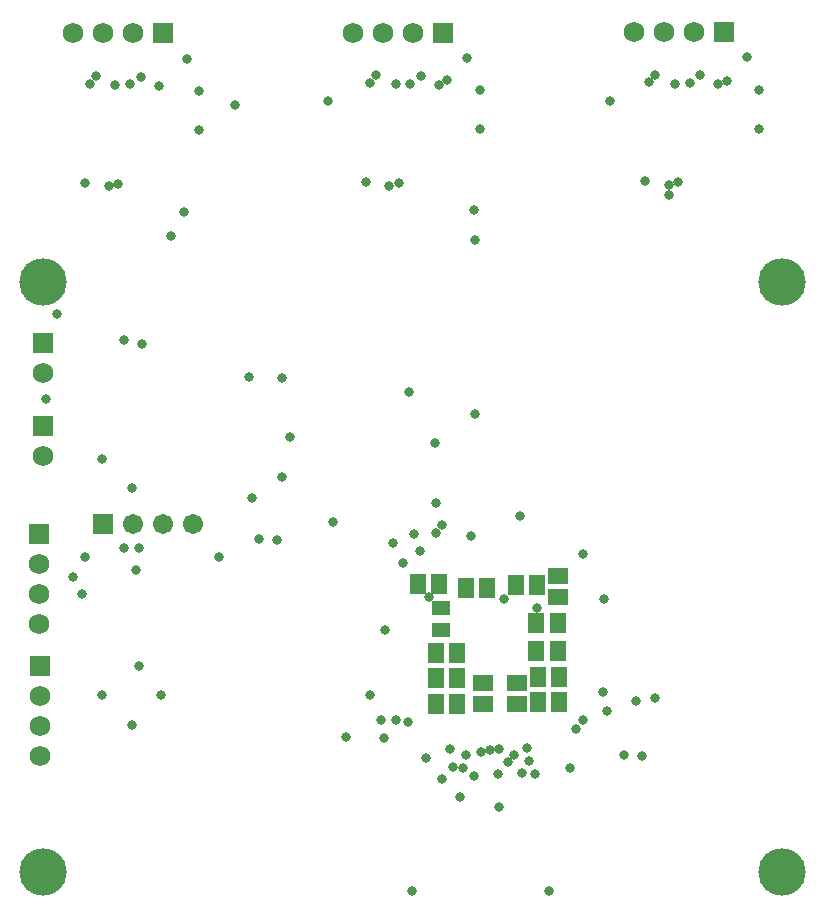
<source format=gbs>
G04 Layer_Color=16711935*
%FSLAX25Y25*%
%MOIN*%
G70*
G01*
G75*
%ADD43R,0.05328X0.06509*%
%ADD44R,0.06509X0.05328*%
%ADD46R,0.06312X0.04934*%
%ADD56C,0.15800*%
%ADD57C,0.06800*%
%ADD58R,0.06800X0.06800*%
%ADD59R,0.06800X0.06800*%
%ADD60C,0.06706*%
%ADD61R,0.06706X0.06706*%
%ADD62C,0.03162*%
D43*
X256087Y270000D02*
D03*
X249000D02*
D03*
X256043Y253000D02*
D03*
X248957D02*
D03*
X256000Y261500D02*
D03*
X248913D02*
D03*
X282413Y280000D02*
D03*
X289500D02*
D03*
X282413Y270500D02*
D03*
X289500D02*
D03*
X282957Y262000D02*
D03*
X290043D02*
D03*
X242957Y293000D02*
D03*
X250043D02*
D03*
X266087Y291543D02*
D03*
X259000D02*
D03*
X275500Y292500D02*
D03*
X282587D02*
D03*
X282957Y253500D02*
D03*
X290043D02*
D03*
D44*
X264500Y252913D02*
D03*
Y260000D02*
D03*
X276000Y252913D02*
D03*
Y260000D02*
D03*
X289500Y288500D02*
D03*
Y295587D02*
D03*
D46*
X250500Y277520D02*
D03*
Y285000D02*
D03*
D56*
X118110Y393701D02*
D03*
X364173D02*
D03*
X118110Y196850D02*
D03*
X364173D02*
D03*
D57*
X128000Y476500D02*
D03*
X138000D02*
D03*
X148000D02*
D03*
X116500Y279500D02*
D03*
Y289500D02*
D03*
Y299500D02*
D03*
X315000Y477000D02*
D03*
X325000D02*
D03*
X335000D02*
D03*
X221437Y476740D02*
D03*
X231437D02*
D03*
X241437D02*
D03*
X118000Y335500D02*
D03*
X118059Y363441D02*
D03*
X117000Y235500D02*
D03*
Y245500D02*
D03*
Y255500D02*
D03*
D58*
X158000Y476500D02*
D03*
X345000Y477000D02*
D03*
X251437Y476740D02*
D03*
D59*
X116500Y309500D02*
D03*
X118000Y345500D02*
D03*
X118059Y373441D02*
D03*
X117000Y265500D02*
D03*
D60*
X158000Y313000D02*
D03*
X168000D02*
D03*
X148000D02*
D03*
D61*
X138000D02*
D03*
D62*
X137795Y255906D02*
D03*
X147638Y246063D02*
D03*
X157480Y255906D02*
D03*
X127953Y295276D02*
D03*
X147638Y324803D02*
D03*
X137795Y334646D02*
D03*
X305000Y288000D02*
D03*
X219000Y242000D02*
D03*
X257000Y222000D02*
D03*
X270000Y218500D02*
D03*
X286500Y190500D02*
D03*
X241000D02*
D03*
X262000Y407500D02*
D03*
X160500Y409000D02*
D03*
X277000Y315500D02*
D03*
X269962Y237887D02*
D03*
X279263Y238263D02*
D03*
X273000Y233500D02*
D03*
X275130Y235945D02*
D03*
X277500Y230000D02*
D03*
X280000Y234000D02*
D03*
X267000Y237500D02*
D03*
X264000Y237000D02*
D03*
X269500Y229500D02*
D03*
X261500Y229000D02*
D03*
X258000Y231500D02*
D03*
X259000Y236000D02*
D03*
X231500Y241500D02*
D03*
X282500Y285000D02*
D03*
X271500Y288000D02*
D03*
X239500Y247000D02*
D03*
X235500Y247500D02*
D03*
X230500D02*
D03*
X232000Y277500D02*
D03*
X306000Y250500D02*
D03*
X304500Y257000D02*
D03*
X295500Y244500D02*
D03*
X315500Y254000D02*
D03*
X322000Y255000D02*
D03*
X282000Y229500D02*
D03*
X253500Y238000D02*
D03*
X254500Y232000D02*
D03*
X245500Y235000D02*
D03*
X246500Y288500D02*
D03*
X298000Y303000D02*
D03*
X238000Y300000D02*
D03*
X234500Y306500D02*
D03*
X214500Y313500D02*
D03*
X187500Y321500D02*
D03*
X197500Y328500D02*
D03*
X298000Y247500D02*
D03*
X251000Y228000D02*
D03*
X293500Y231500D02*
D03*
X190000Y308000D02*
D03*
X200441Y342000D02*
D03*
X356563Y444760D02*
D03*
Y457760D02*
D03*
X326500Y426000D02*
D03*
X318563Y427260D02*
D03*
X320063Y460260D02*
D03*
X328563Y459760D02*
D03*
X352500Y468500D02*
D03*
X333500Y460000D02*
D03*
X343000Y459500D02*
D03*
X337000Y462500D02*
D03*
X329563Y426822D02*
D03*
X322063Y462760D02*
D03*
X263500Y444500D02*
D03*
Y457500D02*
D03*
X233437Y425740D02*
D03*
X225500Y427000D02*
D03*
X235500Y459500D02*
D03*
X259437Y468240D02*
D03*
X240437Y459740D02*
D03*
X249937Y459240D02*
D03*
X243937Y462240D02*
D03*
X236500Y426562D02*
D03*
X147000Y459500D02*
D03*
X166000Y468000D02*
D03*
X135563Y462260D02*
D03*
X150500Y462000D02*
D03*
X156500Y459000D02*
D03*
X140000Y425500D02*
D03*
X170063Y457260D02*
D03*
Y444260D02*
D03*
X142063Y459260D02*
D03*
X133563Y459760D02*
D03*
X143063Y426322D02*
D03*
X132063Y426760D02*
D03*
X150980Y373000D02*
D03*
X145043Y374457D02*
D03*
X182000Y452500D02*
D03*
X229000Y462500D02*
D03*
X227000Y460000D02*
D03*
X213000Y454000D02*
D03*
X252500Y461000D02*
D03*
X122500Y383000D02*
D03*
X119000Y354500D02*
D03*
X307000Y454000D02*
D03*
X346000Y460500D02*
D03*
X326500Y422500D02*
D03*
X243687Y304000D02*
D03*
X249000Y310000D02*
D03*
X227000Y256000D02*
D03*
X197500Y361500D02*
D03*
X186500Y362000D02*
D03*
X261500Y417500D02*
D03*
X311500Y236000D02*
D03*
X317500Y235500D02*
D03*
X165000Y417000D02*
D03*
X248500Y340000D02*
D03*
X176500Y302000D02*
D03*
X239900Y356900D02*
D03*
X132000Y302000D02*
D03*
X262000Y349500D02*
D03*
X131000Y289500D02*
D03*
X249000Y320000D02*
D03*
X150000Y265500D02*
D03*
X260500Y309000D02*
D03*
X251000Y312500D02*
D03*
X241500Y309500D02*
D03*
X149000Y297500D02*
D03*
X145000Y305000D02*
D03*
X150000D02*
D03*
X196000Y307500D02*
D03*
M02*

</source>
